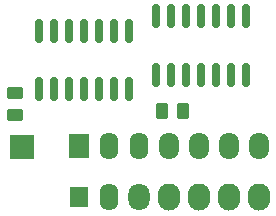
<source format=gbr>
%TF.GenerationSoftware,KiCad,Pcbnew,7.0.8*%
%TF.CreationDate,2024-02-04T18:47:11+02:00*%
%TF.ProjectId,QL_MDV_Control,514c5f4d-4456-45f4-936f-6e74726f6c2e,rev?*%
%TF.SameCoordinates,PX62a23e8PY5bc46e8*%
%TF.FileFunction,Soldermask,Top*%
%TF.FilePolarity,Negative*%
%FSLAX46Y46*%
G04 Gerber Fmt 4.6, Leading zero omitted, Abs format (unit mm)*
G04 Created by KiCad (PCBNEW 7.0.8) date 2024-02-04 18:47:11*
%MOMM*%
%LPD*%
G01*
G04 APERTURE LIST*
G04 Aperture macros list*
%AMRoundRect*
0 Rectangle with rounded corners*
0 $1 Rounding radius*
0 $2 $3 $4 $5 $6 $7 $8 $9 X,Y pos of 4 corners*
0 Add a 4 corners polygon primitive as box body*
4,1,4,$2,$3,$4,$5,$6,$7,$8,$9,$2,$3,0*
0 Add four circle primitives for the rounded corners*
1,1,$1+$1,$2,$3*
1,1,$1+$1,$4,$5*
1,1,$1+$1,$6,$7*
1,1,$1+$1,$8,$9*
0 Add four rect primitives between the rounded corners*
20,1,$1+$1,$2,$3,$4,$5,0*
20,1,$1+$1,$4,$5,$6,$7,0*
20,1,$1+$1,$6,$7,$8,$9,0*
20,1,$1+$1,$8,$9,$2,$3,0*%
G04 Aperture macros list end*
%ADD10RoundRect,0.250000X0.450000X-0.262500X0.450000X0.262500X-0.450000X0.262500X-0.450000X-0.262500X0*%
%ADD11RoundRect,0.150000X0.150000X-0.825000X0.150000X0.825000X-0.150000X0.825000X-0.150000X-0.825000X0*%
%ADD12R,2.000000X2.000000*%
%ADD13RoundRect,0.250000X0.262500X0.450000X-0.262500X0.450000X-0.262500X-0.450000X0.262500X-0.450000X0*%
%ADD14R,1.600000X1.800000*%
%ADD15O,1.600000X2.300000*%
%ADD16O,1.800000X2.300000*%
%ADD17O,1.900000X2.300000*%
%ADD18R,1.700000X2.000000*%
%ADD19O,1.700000X2.300000*%
G04 APERTURE END LIST*
D10*
%TO.C,R1*%
X2377500Y-11187500D03*
X2377500Y-9362500D03*
%TD*%
D11*
%TO.C,U2*%
X4442500Y-9012500D03*
X5712500Y-9012500D03*
X6982500Y-9012500D03*
X8252500Y-9012500D03*
X9522500Y-9012500D03*
X10792500Y-9012500D03*
X12062500Y-9012500D03*
X12062500Y-4062500D03*
X10792500Y-4062500D03*
X9522500Y-4062500D03*
X8252500Y-4062500D03*
X6982500Y-4062500D03*
X5712500Y-4062500D03*
X4442500Y-4062500D03*
%TD*%
D12*
%TO.C,J2*%
X2950000Y-13950000D03*
%TD*%
D13*
%TO.C,R2*%
X16627500Y-10862500D03*
X14802500Y-10862500D03*
%TD*%
D11*
%TO.C,U1*%
X14337500Y-7787500D03*
X15607500Y-7787500D03*
X16877500Y-7787500D03*
X18147500Y-7787500D03*
X19417500Y-7787500D03*
X20687500Y-7787500D03*
X21957500Y-7787500D03*
X21957500Y-2837500D03*
X20687500Y-2837500D03*
X19417500Y-2837500D03*
X18147500Y-2837500D03*
X16877500Y-2837500D03*
X15607500Y-2837500D03*
X14337500Y-2837500D03*
%TD*%
D14*
%TO.C,J2-TOQL1*%
X7790000Y-18175000D03*
D15*
X10330000Y-18175000D03*
D16*
X12870000Y-18175000D03*
D17*
X15410000Y-18175000D03*
X17950000Y-18175000D03*
X20490000Y-18175000D03*
X23030000Y-18175000D03*
%TD*%
D18*
%TO.C,J1-TOMDV1*%
X7795000Y-13800000D03*
D15*
X10335000Y-13800000D03*
X12875000Y-13800000D03*
D19*
X15415000Y-13800000D03*
X17955000Y-13800000D03*
X20495000Y-13800000D03*
X23035000Y-13800000D03*
%TD*%
M02*

</source>
